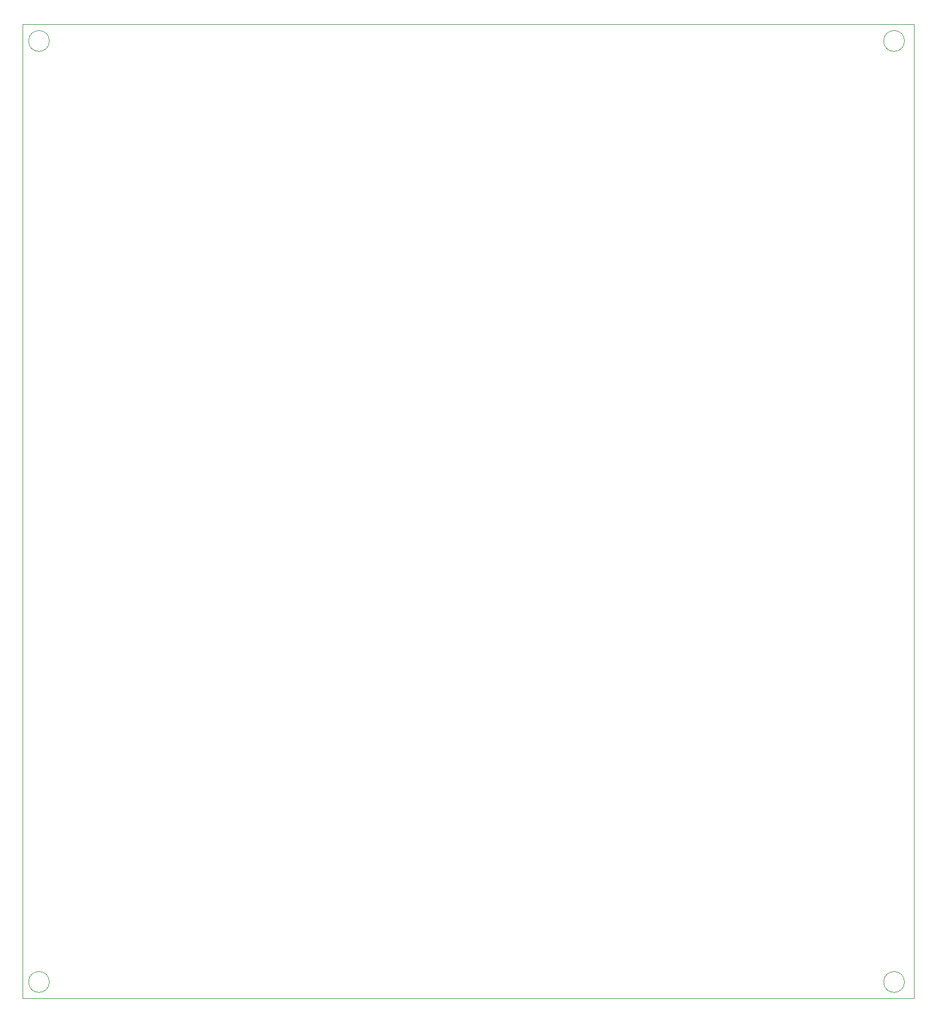
<source format=gbr>
%TF.GenerationSoftware,KiCad,Pcbnew,(5.1.12)-1*%
%TF.CreationDate,2022-04-06T16:52:09+05:30*%
%TF.ProjectId,MCROCONTROLLER,4d43524f-434f-44e5-9452-4f4c4c45522e,rev?*%
%TF.SameCoordinates,Original*%
%TF.FileFunction,Profile,NP*%
%FSLAX46Y46*%
G04 Gerber Fmt 4.6, Leading zero omitted, Abs format (unit mm)*
G04 Created by KiCad (PCBNEW (5.1.12)-1) date 2022-04-06 16:52:09*
%MOMM*%
%LPD*%
G01*
G04 APERTURE LIST*
%TA.AperFunction,Profile*%
%ADD10C,0.050000*%
%TD*%
G04 APERTURE END LIST*
D10*
X187960000Y-33020000D02*
X50800000Y-33020000D01*
X187960000Y-182880000D02*
X187960000Y-33020000D01*
X50800000Y-182880000D02*
X187960000Y-182880000D01*
X186512000Y-35560000D02*
G75*
G03*
X186512000Y-35560000I-1600000J0D01*
G01*
X186512000Y-180340000D02*
G75*
G03*
X186512000Y-180340000I-1600000J0D01*
G01*
X54940000Y-180340000D02*
G75*
G03*
X54940000Y-180340000I-1600000J0D01*
G01*
X50800000Y-182880000D02*
X50800000Y-33020000D01*
X54940000Y-35560000D02*
G75*
G03*
X54940000Y-35560000I-1600000J0D01*
G01*
M02*

</source>
